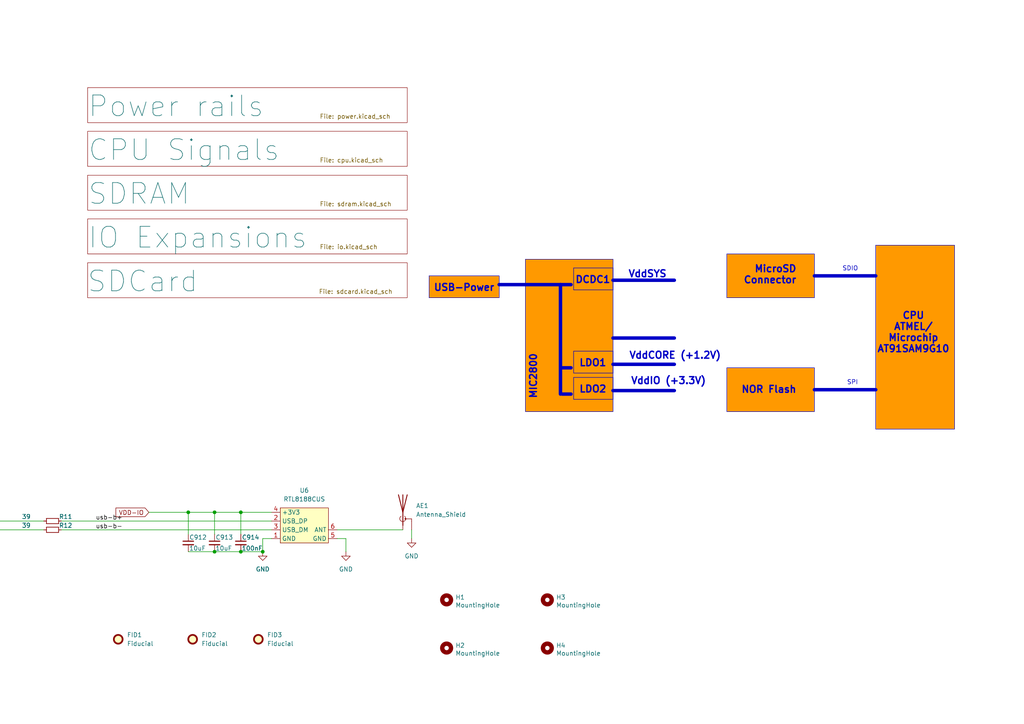
<source format=kicad_sch>
(kicad_sch (version 20250114) (generator "eeschema") (generator_version "9.0")
  (paper "A4")
  (title_block (title "GLASNOST M9G10") (date "2025-02-13") (rev "${BOARD_REV}") (company "vd-rd"))
  (lib_symbols
    (symbol "Device:Antenna_Shield" (pin_numbers (hide yes)) (pin_names (offset 1.016) (hide yes))
      (property "Reference" "AE" (at -1.905 4.445 0))
      (property "Value" "Antenna_Shield" (at -1.905 2.54 0))
      (symbol "Antenna_Shield_0_1"
        (arc (start 0 -2.667) (mid -0.8485 -2.1032) (end -0.508 -1.143))
        (polyline (pts (xy 0 5.08) (xy 0 -3.81)) (stroke (width 0.254)))
        (polyline (pts (xy 0 -2.54) (xy 0 0)))
        (arc (start 0.508 -1.143) (mid 0.8046 -2.0885) (end 0 -2.667))
        (polyline (pts (xy 0.762 -1.905) (xy 2.54 -1.905)))
        (circle (center 0.762 -1.905) (radius 0.1778) (fill (type outline)))
        (polyline (pts (xy 1.27 5.08) (xy 0 0) (xy -1.27 5.08)) (stroke (width 0.254)))
        (polyline (pts (xy 2.54 -2.54) (xy 2.54 -1.905)))
      )
      (symbol "Antenna_Shield_1_1"
        (pin input line (at 0 -5.08 90) (length 2.54) (name "A") (number "1"))
        (pin input line (at 2.54 -5.08 90) (length 2.54) (name "Shield") (number "2"))
      )
    )
    (symbol "Device:C_Small" (pin_numbers (hide yes)) (pin_names (offset 0.254) (hide yes))
      (property "Reference" "C" (at 0.254 1.778 0))
      (property "Value" "C_Small" (at 0.254 -2.032 0))
      (symbol "C_Small_0_1"
        (polyline (pts (xy -1.524 0.508) (xy 1.524 0.508)) (stroke (width 0.3048)))
        (polyline (pts (xy -1.524 -0.508) (xy 1.524 -0.508)) (stroke (width 0.3302)))
      )
      (symbol "C_Small_1_1"
        (pin passive line (at 0 2.54 270) (length 2.032) (name "~") (number "1"))
        (pin passive line (at 0 -2.54 90) (length 2.032) (name "~") (number "2"))
      )
    )
    (symbol "Device:R_Small" (pin_numbers (hide yes)) (pin_names (offset 0.254) (hide yes))
      (property "Reference" "R" (at 0.762 0.508 0))
      (property "Value" "R_Small" (at 0.762 -1.016 0))
      (symbol "R_Small_0_1"
        (rectangle (start -0.762 1.778) (end 0.762 -1.778) (stroke (width 0.2032)))
      )
      (symbol "R_Small_1_1"
        (pin passive line (at 0 2.54 270) (length 0.762) (name "~") (number "1"))
        (pin passive line (at 0 -2.54 90) (length 0.762) (name "~") (number "2"))
      )
    )
    (symbol "Mechanical:Fiducial"
      (property "Reference" "FID" (at 0 5.08 0))
      (property "Value" "Fiducial" (at 0 3.175 0))
      (symbol "Fiducial_0_1"
        (circle (center 0 0) (radius 1.27) (stroke (width 0.508)) (fill (type background)))
      )
    )
    (symbol "Mechanical:MountingHole" (pin_names (offset 1.016))
      (property "Reference" "H" (at 0 5.08 0))
      (property "Value" "MountingHole" (at 0 3.175 0))
      (symbol "MountingHole_0_1"
        (circle (center 0 0) (radius 1.27) (stroke (width 1.27)))
      )
    )
    (symbol "power:GND" (power) (pin_names (offset 0))
      (property "Value" "GND" (at 0 -3.81 0))
      (symbol "GND_0_1"
        (polyline (pts (xy 0 0) (xy 0 -1.27) (xy 1.27 -1.27) (xy 0 -2.54) (xy -1.27 -1.27) (xy 0 -1.27)))
      )
      (symbol "GND_1_1"
        (pin power_in line (at 0 0 270) (length 0) (hide yes) (name "GND") (number "1"))
      )
    )
    (symbol "wifi:RTL8188CUS"
      (property "Reference" "U" (at -5.08 2.54 0))
      (property "Value" "RTL8188CUS" (at 6.35 2.54 0))
      (symbol "RTL8188CUS_0_1"
        (rectangle (start -7.62 0) (end 6.35 -10.16) (stroke (width 0.1524)) (fill (type background)))
      )
      (symbol "RTL8188CUS_1_1"
        (pin power_in line (at -10.16 -1.27 0) (length 2.54) (name "+3V3") (number "4"))
        (pin bidirectional line (at -10.16 -3.81 0) (length 2.54) (name "USB_DP") (number "2"))
        (pin bidirectional line (at -10.16 -6.35 0) (length 2.54) (name "USB_DM") (number "3"))
        (pin power_in line (at -10.16 -8.89 0) (length 2.54) (name "GND") (number "1"))
        (pin output line (at 8.89 -6.35 180) (length 2.54) (name "ANT") (number "6"))
        (pin power_in line (at 8.89 -8.89 180) (length 2.54) (name "GND") (number "5"))
      )
    )
  )
  (rectangle (start 166.37 77.724) (end 177.8 84.074) (fill (type color) (color 255 153 0 1)))
  (rectangle (start 166.37 109.474) (end 177.8 115.824) (fill (type color) (color 255 153 0 1)))
  (rectangle (start 210.82 119.38) (end 236.22 106.68) (fill (type color) (color 255 153 0 1)))
  (rectangle (start 124.46 80.01) (end 144.78 86.36) (fill (type color) (color 255 153 0 1)))
  (rectangle (start 254 71.12) (end 276.86 124.46) (fill (type color) (color 255 153 0 1)))
  (rectangle (start 210.82 73.66) (end 236.22 86.36) (fill (type color) (color 255 153 0 1)))
  (rectangle (start 152.4 75.184) (end 177.8 119.38) (fill (type color) (color 255 153 0 1)))
  (rectangle (start 166.37 101.854) (end 177.8 108.204) (fill (type color) (color 255 153 0 1)))
  (text "NOR Flash" (at 231.14 114.3 0) (effects (font (size 2 2) (thickness 0.4) (bold yes)) (justify right bottom)))
  (text "LDO1" (at 171.958 105.41 0) (effects (font (size 2 2) (thickness 0.4) (bold yes))))
  (text "VddIO (+3.3V)" (at 182.88 111.76 0) (effects (font (size 2 2) (thickness 0.4) (bold yes)) (justify left bottom)))
  (text "SPI" (at 248.92 111.76 0) (effects (font (size 1.27 1.27)) (justify right bottom)))
  (text "CPU\nATMEL/\nMicrochip\nAT91SAM9G10" (at 264.922 96.52 0) (effects (font (size 2 2) (thickness 0.4) (bold yes))))
  (text "USB-Power" (at 134.62 83.566 0) (effects (font (size 2 2) (thickness 0.4) (bold yes))))
  (text "DCDC1" (at 171.958 81.28 0) (effects (font (size 2 2) (thickness 0.4) (bold yes))))
  (text "VddSYS" (at 182.118 80.772 0) (effects (font (size 2 2) (thickness 0.4) (bold yes)) (justify left bottom)))
  (text "VddCORE (+1.2V)" (at 182.372 104.394 0) (effects (font (size 2 2) (thickness 0.4) (bold yes)) (justify left bottom)))
  (text "MIC2800" (at 154.686 109.22 90) (effects (font (size 2 2) (thickness 0.4) (bold yes))))
  (text "LDO2" (at 171.958 113.03 0) (effects (font (size 2 2) (thickness 0.4) (bold yes))))
  (text " MicroSD\nConnector" (at 231.14 82.55 0) (effects (font (size 2 2) (thickness 0.4) (bold yes)) (justify right bottom)))
  (text "SDIO" (at 248.92 78.74 0) (effects (font (size 1.27 1.27)) (justify right bottom)))
  (junction (at -27.94 173.99))
  (junction (at 69.85 148.59))
  (junction (at -30.48 173.99))
  (junction (at -43.18 151.13))
  (junction (at 76.2 160.02))
  (junction (at 62.23 160.02))
  (junction (at 69.85 160.02))
  (junction (at 54.61 148.59))
  (junction (at -34.29 173.99))
  (junction (at -27.94 153.67))
  (junction (at 62.23 148.59))
  (junction (at -19.05 153.67))
  (junction (at -34.29 151.13))
  (wire (pts (xy -27.94 153.67) (xy -27.94 168.91)))
  (wire (pts (xy 17.78 151.13) (xy 78.74 151.13)))
  (wire (pts (xy 62.23 154.94) (xy 62.23 148.59)))
  (wire (pts (xy 97.79 156.21) (xy 100.33 156.21)))
  (wire (pts (xy 12.7 153.67) (xy -19.05 153.67)))
  (wire (pts (xy -43.18 173.99) (xy -34.29 173.99)))
  (wire (pts (xy 12.7 151.13) (xy -34.29 151.13)))
  (polyline (pts (xy 162.56 82.55) (xy 162.56 114.3)) (stroke (width 1)))
  (polyline (pts (xy 195.58 105.664) (xy 177.8 105.664)) (stroke (width 1)))
  (wire (pts (xy -34.29 173.99) (xy -30.48 173.99)))
  (wire (pts (xy 62.23 160.02) (xy 69.85 160.02)))
  (polyline (pts (xy 163.068 114.3) (xy 165.608 114.3)) (stroke (width 1)))
  (wire (pts (xy 78.74 156.21) (xy 76.2 156.21)))
  (polyline (pts (xy 254 113.03) (xy 236.22 113.03)) (stroke (width 1)))
  (polyline (pts (xy 254 80.01) (xy 236.22 80.01)) (stroke (width 1)))
  (wire (pts (xy 76.2 156.21) (xy 76.2 160.02)))
  (wire (pts (xy -27.94 153.67) (xy -49.53 153.67)))
  (wire (pts (xy 54.61 148.59) (xy 62.23 148.59)))
  (wire (pts (xy 43.18 148.59) (xy 54.61 148.59)))
  (wire (pts (xy -34.29 151.13) (xy -43.18 151.13)))
  (wire (pts (xy -19.05 153.67) (xy -19.05 168.91)))
  (wire (pts (xy -30.48 173.99) (xy -27.94 173.99)))
  (wire (pts (xy -43.18 151.13) (xy -49.53 151.13)))
  (wire (pts (xy 100.33 156.21) (xy 100.33 160.02)))
  (wire (pts (xy 69.85 160.02) (xy 76.2 160.02)))
  (wire (pts (xy 54.61 160.02) (xy 62.23 160.02)))
  (wire (pts (xy 97.79 153.67) (xy 116.84 153.67)))
  (polyline (pts (xy 195.58 98.044) (xy 177.8 98.044)) (stroke (width 1)))
  (polyline (pts (xy 162.56 82.55) (xy 144.78 82.55)) (stroke (width 1)))
  (wire (pts (xy 17.78 153.67) (xy 78.74 153.67)))
  (wire (pts (xy 69.85 154.94) (xy 69.85 148.59)))
  (polyline (pts (xy 195.58 81.28) (xy 177.8 81.28)) (stroke (width 1)))
  (polyline (pts (xy 195.58 113.284) (xy 177.8 113.284)) (stroke (width 1)))
  (wire (pts (xy -34.29 151.13) (xy -34.29 168.91)))
  (wire (pts (xy 119.38 153.67) (xy 119.38 156.21)))
  (wire (pts (xy 69.85 148.59) (xy 78.74 148.59)))
  (polyline (pts (xy 162.56 82.55) (xy 165.608 82.55)) (stroke (width 1)))
  (wire (pts (xy 54.61 154.94) (xy 54.61 148.59)))
  (wire (pts (xy -27.94 173.99) (xy -19.05 173.99)))
  (wire (pts (xy -43.18 151.13) (xy -43.18 168.91)))
  (polyline (pts (xy 163.068 106.68) (xy 165.608 106.68)) (stroke (width 1)))
  (wire (pts (xy 62.23 148.59) (xy 69.85 148.59)))
  (wire (pts (xy -19.05 153.67) (xy -27.94 153.67)))
  (label "usb-b+" (at 35.56 151.13 180))
  (label "usb-b-" (at 35.56 153.67 180))
  (global_label "USBB-D+" (shape bidirectional) (at -49.53 151.13 180) (property "Intersheetrefs" "${INTERSHEET_REFS}" (effects (hide yes))))
  (global_label "VDD-IO" (shape input) (at 43.18 148.59 180) (property "Intersheetrefs" "${INTERSHEET_REFS}" (effects (hide yes))))
  (global_label "USBB-D-" (shape bidirectional) (at -49.53 153.67 180) (property "Intersheetrefs" "${INTERSHEET_REFS}" (effects (hide yes))))
  (symbol (lib_id "Mechanical:MountingHole") (at 129.54 187.96 0) (unit 1)
    (property "Reference" "H2" (at 132.0801 187.1991 0) (effects (justify left)))
    (property "Value" "MountingHole" (at 132.0801 189.4978 0) (effects (justify left)))
    (property "Footprint" "MountingHole:MountingHole_2.7mm_M2.5_DIN965" (effects (hide yes)))
  )
  (symbol (lib_id "Mechanical:Fiducial") (at 74.93 185.42 0) (unit 1)
    (property "Reference" "FID3" (at 77.47 184.1499 0) (effects (justify left)))
    (property "Value" "Fiducial" (at 77.47 186.6899 0) (effects (justify left)))
    (property "Footprint" "Fiducial:Fiducial_0.75mm_Mask1.5mm" (effects (hide yes)))
  )
  (symbol (lib_id "Device:C_Small") (at -34.29 171.45 0) (mirror y) (unit 1)
    (property "Reference" "C54" (at -36.83 170.1862 0) (effects (justify left)))
    (property "Value" "47pF" (at -36.83 172.7262 0) (effects (justify left)))
    (property "Footprint" "Capacitor_SMD:C_0402_1005Metric" (effects (hide yes)))
  )
  (symbol (lib_id "Device:C_Small") (at 54.61 157.48 0) (unit 1)
    (property "Reference" "C912" (at 54.8851 155.8534 0) (effects (justify left)))
    (property "Value" "10uF" (at 54.8366 159.0395 0) (effects (justify left)))
    (property "Footprint" "Capacitor_SMD:C_0603_1608Metric" (effects (hide yes)))
  )
  (symbol (lib_id "Mechanical:MountingHole") (at 158.75 173.99 0) (unit 1)
    (property "Reference" "H3" (at 161.2901 173.2291 0) (effects (justify left)))
    (property "Value" "MountingHole" (at 161.2901 175.5278 0) (effects (justify left)))
    (property "Footprint" "MountingHole:MountingHole_2.7mm_M2.5_DIN965" (effects (hide yes)))
  )
  (symbol (lib_id "Mechanical:Fiducial") (at 55.88 185.42 0) (unit 1)
    (property "Reference" "FID2" (at 58.42 184.1499 0) (effects (justify left)))
    (property "Value" "Fiducial" (at 58.42 186.6899 0) (effects (justify left)))
    (property "Footprint" "Fiducial:Fiducial_0.75mm_Mask1.5mm" (effects (hide yes)))
  )
  (symbol (lib_id "Mechanical:Fiducial") (at 34.29 185.42 0) (unit 1)
    (property "Reference" "FID1" (at 36.83 184.1499 0) (effects (justify left)))
    (property "Value" "Fiducial" (at 36.83 186.6899 0) (effects (justify left)))
    (property "Footprint" "Fiducial:Fiducial_0.75mm_Mask1.5mm" (effects (hide yes)))
  )
  (symbol (lib_id "power:GND") (at 100.33 160.02 0) (unit 1)
    (property "Reference" "#PWR0134" (effects (hide yes)))
    (property "Value" "GND" (at 100.33 165.1 0))
  )
  (symbol (lib_id "wifi:RTL8188CUS") (at 88.9 147.32 0) (unit 1)
    (property "Reference" "U6" (at 88.265 142.24 0))
    (property "Value" "RTL8188CUS" (at 88.265 144.78 0))
    (property "Footprint" "wifi:RTL8188CUS" (effects (hide yes)))
  )
  (symbol (lib_id "power:GND") (at -30.48 173.99 0) (unit 1)
    (property "Reference" "#PWR012" (effects (hide yes)))
    (property "Value" "GND" (at -30.48 179.07 0))
  )
  (symbol (lib_id "Device:C_Small") (at -19.05 171.45 0) (mirror y) (unit 1)
    (property "Reference" "C53" (at -21.59 170.1862 0) (effects (justify left)))
    (property "Value" "47pF" (at -21.59 172.7262 0) (effects (justify left)))
    (property "Footprint" "Capacitor_SMD:C_0402_1005Metric" (effects (hide yes)))
  )
  (symbol (lib_id "Device:R_Small") (at 15.24 151.13 270) (mirror x) (unit 1)
    (property "Reference" "R11" (at 19.05 149.86 90))
    (property "Value" "39" (at 7.62 149.86 90))
    (property "Footprint" "Resistor_SMD:R_0402_1005Metric" (effects (hide yes)))
  )
  (symbol (lib_id "Device:R_Small") (at -43.18 171.45 0) (mirror y) (unit 1)
    (property "Reference" "R20" (at -45.72 170.18 0))
    (property "Value" "15k" (at -45.72 172.72 0))
    (property "Footprint" "Resistor_SMD:R_0402_1005Metric" (effects (hide yes)))
  )
  (symbol (lib_id "Device:R_Small") (at 15.24 153.67 270) (mirror x) (unit 1)
    (property "Reference" "R12" (at 19.05 152.4 90))
    (property "Value" "39" (at 7.62 152.4 90))
    (property "Footprint" "Resistor_SMD:R_0402_1005Metric" (effects (hide yes)))
  )
  (symbol (lib_id "Device:C_Small") (at 62.23 157.48 0) (unit 1)
    (property "Reference" "C913" (at 62.5051 155.8534 0) (effects (justify left)))
    (property "Value" "10uF" (at 62.4566 159.0395 0) (effects (justify left)))
    (property "Footprint" "Capacitor_SMD:C_0603_1608Metric" (effects (hide yes)))
  )
  (symbol (lib_id "Device:R_Small") (at -27.94 171.45 0) (mirror y) (unit 1)
    (property "Reference" "R19" (at -30.48 170.18 0))
    (property "Value" "15k" (at -30.48 172.72 0))
    (property "Footprint" "Resistor_SMD:R_0402_1005Metric" (effects (hide yes)))
  )
  (symbol (lib_id "Device:Antenna_Shield") (at 116.84 148.59 0) (unit 1)
    (property "Reference" "AE1" (at 120.65 146.6849 0) (effects (justify left)))
    (property "Value" "Antenna_Shield" (at 120.65 149.2249 0) (effects (justify left)))
    (property "Footprint" "Connector_Coaxial:U.FL_Hirose_U.FL-R-SMT-1_Vertical" (effects (hide yes)))
  )
  (symbol (lib_id "Device:C_Small") (at 69.85 157.48 0) (unit 1)
    (property "Reference" "C914" (at 70.1251 155.8534 0) (effects (justify left)))
    (property "Value" "100nF" (at 70.0766 159.0395 0) (effects (justify left)))
    (property "Footprint" "Capacitor_SMD:C_0402_1005Metric" (effects (hide yes)))
  )
  (symbol (lib_id "Mechanical:MountingHole") (at 158.75 187.96 0) (unit 1)
    (property "Reference" "H4" (at 161.2901 187.1991 0) (effects (justify left)))
    (property "Value" "MountingHole" (at 161.2901 189.4978 0) (effects (justify left)))
    (property "Footprint" "MountingHole:MountingHole_2.7mm_M2.5_DIN965" (effects (hide yes)))
  )
  (symbol (lib_id "power:GND") (at 119.38 156.21 0) (unit 1)
    (property "Reference" "#PWR0135" (effects (hide yes)))
    (property "Value" "GND" (at 119.38 161.29 0))
  )
  (symbol (lib_id "power:GND") (at 76.2 160.02 0) (unit 1)
    (property "Reference" "#PWR0133" (effects (hide yes)))
    (property "Value" "GND" (at 76.2 165.1 0))
  )
  (symbol (lib_id "Mechanical:MountingHole") (at 129.54 173.99 0) (unit 1)
    (property "Reference" "H1" (at 132.0801 173.2291 0) (effects (justify left)))
    (property "Value" "MountingHole" (at 132.0801 175.5278 0) (effects (justify left)))
    (property "Footprint" "MountingHole:MountingHole_2.7mm_M2.5_DIN965" (effects (hide yes)))
  )
  (sheet (at 25.4 63.5) (size 92.71 10.16) (stroke (width 0.0005))
    (property "Sheetname" "IO Expansions" (at 25.4 72.39 0) (effects (font (size 6 6)) (justify left bottom)))
    (property "Sheetfile" "io.kicad_sch" (at 92.71 70.866 0) (effects (justify left top)))
  )
  (sheet (at 25.4 76.2) (size 92.71 10.16) (stroke (width 0.0005))
    (property "Sheetname" "SDCard" (at 25.146 85.09 0) (effects (font (size 6 6)) (justify left bottom)))
    (property "Sheetfile" "sdcard.kicad_sch" (at 92.456 83.82 0) (effects (justify left top)))
  )
  (sheet (at 25.4 50.8) (size 92.71 10.16) (stroke (width 0.0005))
    (property "Sheetname" "SDRAM" (at 25.4 59.69 0) (effects (font (size 6 6)) (justify left bottom)))
    (property "Sheetfile" "sdram.kicad_sch" (at 92.71 58.42 0) (effects (justify left top)))
  )
  (sheet (at 25.4 25.4) (size 92.71 10.16) (stroke (width 0.0005))
    (property "Sheetname" "Power rails" (at 25.4 34.29 0) (effects (font (size 6 6)) (justify left bottom)))
    (property "Sheetfile" "power.kicad_sch" (at 92.71 33.02 0) (effects (justify left top)))
  )
  (sheet (at 25.4 38.1) (size 92.71 10.16) (stroke (width 0.0005))
    (property "Sheetname" "CPU Signals" (at 25.4 46.99 0) (effects (font (size 6 6)) (justify left bottom)))
    (property "Sheetfile" "cpu.kicad_sch" (at 92.71 45.72 0) (effects (justify left top)))
  )
)
</source>
